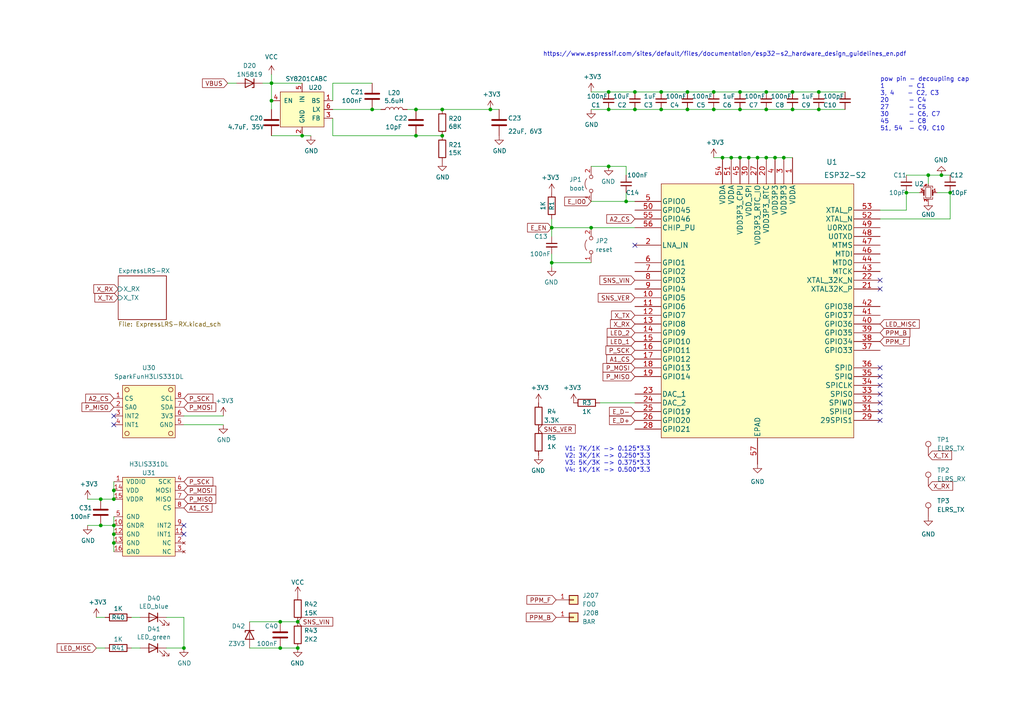
<source format=kicad_sch>
(kicad_sch (version 20211123) (generator eeschema)
  (paper "A4")
  (title_block (title "spin-tgd-control") (date "2022-05-12") (rev "V2.0.0") (company "Team Alfredo"))
  (junction (at 120.65 31.75))
  (junction (at 191.77 31.75))
  (junction (at 229.87 26.67))
  (junction (at 78.74 29.21))
  (junction (at 237.49 26.67))
  (junction (at 33.02 142.24))
  (junction (at 207.01 31.75))
  (junction (at 53.34 187.96))
  (junction (at 160.02 76.2))
  (junction (at 219.71 45.72))
  (junction (at 207.01 26.67))
  (junction (at 227.33 45.72))
  (junction (at 214.63 45.72))
  (junction (at 176.53 48.26))
  (junction (at 191.77 26.67))
  (junction (at 128.27 39.37))
  (junction (at 33.02 154.94))
  (junction (at 229.87 31.75))
  (junction (at 184.15 26.67))
  (junction (at 222.25 26.67))
  (junction (at 199.39 26.67))
  (junction (at 86.36 187.96))
  (junction (at -52.07 82.55))
  (junction (at 81.28 180.34))
  (junction (at 160.02 66.04))
  (junction (at 217.17 45.72))
  (junction (at 176.53 31.75))
  (junction (at 81.28 187.96))
  (junction (at 222.25 45.72))
  (junction (at 212.09 45.72))
  (junction (at -30.48 64.77))
  (junction (at 120.65 39.37))
  (junction (at 29.21 152.4))
  (junction (at 224.79 45.72))
  (junction (at 74.93 227.33))
  (junction (at 74.93 242.57))
  (junction (at 262.89 55.88))
  (junction (at 78.74 24.13))
  (junction (at 29.21 144.78))
  (junction (at 176.53 26.67))
  (junction (at 86.36 234.95))
  (junction (at 128.27 31.75))
  (junction (at 273.05 50.8))
  (junction (at 97.79 227.33))
  (junction (at 237.49 31.75))
  (junction (at 214.63 31.75))
  (junction (at 181.61 58.42))
  (junction (at 152.4 240.03))
  (junction (at 33.02 144.78))
  (junction (at 171.45 66.04))
  (junction (at 86.36 242.57))
  (junction (at 275.59 55.88))
  (junction (at 33.02 157.48))
  (junction (at 33.02 152.4))
  (junction (at 209.55 45.72))
  (junction (at 214.63 26.67))
  (junction (at 184.15 31.75))
  (junction (at 269.24 50.8))
  (junction (at 107.95 31.75))
  (junction (at 142.24 31.75))
  (junction (at 199.39 31.75))
  (junction (at 86.36 180.34))
  (junction (at 222.25 31.75))
  (junction (at -52.07 85.09))
  (junction (at 87.63 39.37))
  (no_connect (at -52.07 118.11))
  (no_connect (at -52.07 115.57))
  (no_connect (at -52.07 95.25))
  (no_connect (at -52.07 92.71))
  (no_connect (at -74.93 133.35))
  (no_connect (at 53.34 154.94))
  (no_connect (at -52.07 125.73))
  (no_connect (at -52.07 110.49))
  (no_connect (at -52.07 100.33))
  (no_connect (at -52.07 102.87))
  (no_connect (at 53.34 152.4))
  (no_connect (at 184.15 71.12))
  (no_connect (at 255.27 81.28))
  (no_connect (at 255.27 83.82))
  (no_connect (at -52.07 123.19))
  (no_connect (at 33.02 123.19))
  (no_connect (at 33.02 120.65))
  (no_connect (at 255.27 114.3))
  (no_connect (at 255.27 111.76))
  (no_connect (at 255.27 116.84))
  (no_connect (at 255.27 119.38))
  (no_connect (at 255.27 121.92))
  (no_connect (at 255.27 106.68))
  (no_connect (at 255.27 109.22))
  (no_connect (at -52.07 107.95))
  (wire (pts (xy 48.26 179.07) (xy 53.34 179.07)))
  (wire (pts (xy 97.79 227.33) (xy 100.33 227.33)))
  (wire (pts (xy 78.74 21.59) (xy 78.74 24.13)))
  (wire (pts (xy 160.02 76.2) (xy 160.02 73.66)))
  (wire (pts (xy 74.93 236.22) (xy 74.93 242.57)))
  (wire (pts (xy 128.27 31.75) (xy 142.24 31.75)))
  (wire (pts (xy 128.27 39.37) (xy 120.65 39.37)))
  (wire (pts (xy 222.25 45.72) (xy 224.79 45.72)))
  (wire (pts (xy 78.74 24.13) (xy 87.63 24.13)))
  (wire (pts (xy 199.39 26.67) (xy 207.01 26.67)))
  (wire (pts (xy 107.95 31.75) (xy 110.49 31.75)))
  (wire (pts (xy 275.59 63.5) (xy 255.27 63.5)))
  (wire (pts (xy 87.63 234.95) (xy 86.36 234.95)))
  (wire (pts (xy 269.24 53.34) (xy 269.24 50.8)))
  (wire (pts (xy 152.4 240.03) (xy 154.94 240.03)))
  (wire (pts (xy 68.58 24.13) (xy 66.04 24.13)))
  (wire (pts (xy -52.07 82.55) (xy -35.56 82.55)))
  (wire (pts (xy 275.59 55.88) (xy 271.78 55.88)))
  (wire (pts (xy 222.25 31.75) (xy 229.87 31.75)))
  (wire (pts (xy 176.53 31.75) (xy 184.15 31.75)))
  (wire (pts (xy -25.4 72.39) (xy -25.4 74.93)))
  (wire (pts (xy 160.02 77.47) (xy 160.02 76.2)))
  (wire (pts (xy -30.48 64.77) (xy -25.4 64.77)))
  (wire (pts (xy 96.52 39.37) (xy 96.52 34.29)))
  (wire (pts (xy 275.59 50.8) (xy 273.05 50.8)))
  (wire (pts (xy 214.63 45.72) (xy 217.17 45.72)))
  (wire (pts (xy 160.02 66.04) (xy 171.45 66.04)))
  (wire (pts (xy 212.09 45.72) (xy 214.63 45.72)))
  (wire (pts (xy 33.02 154.94) (xy 33.02 157.48)))
  (wire (pts (xy 30.48 179.07) (xy 27.94 179.07)))
  (wire (pts (xy 74.93 233.68) (xy 74.93 227.33)))
  (wire (pts (xy 95.25 234.95) (xy 97.79 234.95)))
  (wire (pts (xy 53.34 123.19) (xy 64.77 123.19)))
  (wire (pts (xy -35.56 64.77) (xy -30.48 64.77)))
  (wire (pts (xy 152.4 245.11) (xy 152.4 240.03)))
  (wire (pts (xy 152.4 232.41) (xy 152.4 220.98)))
  (wire (pts (xy 207.01 31.75) (xy 214.63 31.75)))
  (wire (pts (xy 33.02 142.24) (xy 33.02 139.7)))
  (wire (pts (xy 227.33 45.72) (xy 229.87 45.72)))
  (wire (pts (xy 184.15 26.67) (xy 191.77 26.67)))
  (wire (pts (xy 154.94 234.95) (xy 152.4 234.95)))
  (wire (pts (xy 207.01 45.72) (xy 209.55 45.72)))
  (wire (pts (xy 25.4 144.78) (xy 29.21 144.78)))
  (wire (pts (xy 33.02 144.78) (xy 33.02 142.24)))
  (wire (pts (xy 97.79 227.33) (xy 90.17 227.33)))
  (wire (pts (xy 171.45 76.2) (xy 160.02 76.2)))
  (wire (pts (xy 262.89 55.88) (xy 262.89 60.96)))
  (wire (pts (xy 273.05 50.8) (xy 269.24 50.8)))
  (wire (pts (xy 78.74 31.75) (xy 78.74 29.21)))
  (wire (pts (xy 29.21 144.78) (xy 33.02 144.78)))
  (wire (pts (xy 81.28 187.96) (xy 86.36 187.96)))
  (wire (pts (xy 76.2 24.13) (xy 78.74 24.13)))
  (wire (pts (xy -52.07 72.39) (xy -35.56 72.39)))
  (wire (pts (xy 219.71 45.72) (xy 222.25 45.72)))
  (wire (pts (xy 171.45 48.26) (xy 176.53 48.26)))
  (wire (pts (xy 81.28 180.34) (xy 86.36 180.34)))
  (wire (pts (xy 214.63 26.67) (xy 222.25 26.67)))
  (wire (pts (xy 72.39 187.96) (xy 81.28 187.96)))
  (wire (pts (xy 53.34 179.07) (xy 53.34 187.96)))
  (wire (pts (xy 217.17 45.72) (xy 219.71 45.72)))
  (wire (pts (xy 138.43 237.49) (xy 154.94 237.49)))
  (wire (pts (xy 199.39 31.75) (xy 207.01 31.75)))
  (wire (pts (xy 33.02 157.48) (xy 33.02 160.02)))
  (wire (pts (xy 96.52 31.75) (xy 107.95 31.75)))
  (wire (pts (xy 176.53 48.26) (xy 181.61 48.26)))
  (wire (pts (xy 160.02 63.5) (xy 160.02 66.04)))
  (wire (pts (xy 191.77 31.75) (xy 199.39 31.75)))
  (wire (pts (xy 171.45 26.67) (xy 176.53 26.67)))
  (wire (pts (xy -52.07 85.09) (xy -52.07 87.63)))
  (wire (pts (xy 262.89 60.96) (xy 255.27 60.96)))
  (wire (pts (xy 173.99 116.84) (xy 184.15 116.84)))
  (wire (pts (xy 181.61 55.88) (xy 181.61 58.42)))
  (wire (pts (xy 160.02 68.58) (xy 160.02 66.04)))
  (wire (pts (xy 78.74 29.21) (xy 78.74 24.13)))
  (wire (pts (xy 152.4 234.95) (xy 152.4 240.03)))
  (wire (pts (xy 48.26 187.96) (xy 53.34 187.96)))
  (wire (pts (xy 87.63 39.37) (xy 90.17 39.37)))
  (wire (pts (xy 266.7 55.88) (xy 262.89 55.88)))
  (wire (pts (xy 33.02 149.86) (xy 33.02 152.4)))
  (wire (pts (xy 229.87 31.75) (xy 237.49 31.75)))
  (wire (pts (xy 237.49 26.67) (xy 245.11 26.67)))
  (wire (pts (xy -52.07 80.01) (xy -52.07 82.55)))
  (wire (pts (xy -52.07 67.31) (xy -49.53 67.31)))
  (wire (pts (xy 72.39 180.34) (xy 81.28 180.34)))
  (wire (pts (xy 237.49 31.75) (xy 245.11 31.75)))
  (wire (pts (xy 181.61 48.26) (xy 181.61 50.8)))
  (wire (pts (xy 207.01 26.67) (xy 214.63 26.67)))
  (wire (pts (xy -52.07 74.93) (xy -25.4 74.93)))
  (wire (pts (xy 86.36 242.57) (xy 100.33 242.57)))
  (wire (pts (xy 118.11 31.75) (xy 120.65 31.75)))
  (wire (pts (xy 275.59 63.5) (xy 275.59 55.88)))
  (wire (pts (xy 74.93 227.33) (xy 80.01 227.33)))
  (wire (pts (xy 120.65 31.75) (xy 128.27 31.75)))
  (wire (pts (xy 86.36 234.95) (xy 85.09 234.95)))
  (wire (pts (xy 154.94 232.41) (xy 152.4 232.41)))
  (wire (pts (xy 171.45 66.04) (xy 184.15 66.04)))
  (wire (pts (xy 229.87 26.67) (xy 237.49 26.67)))
  (wire (pts (xy 40.64 179.07) (xy 38.1 179.07)))
  (wire (pts (xy 142.24 31.75) (xy 144.78 31.75)))
  (wire (pts (xy 191.77 26.67) (xy 199.39 26.67)))
  (wire (pts (xy 29.21 152.4) (xy 33.02 152.4)))
  (wire (pts (xy 181.61 58.42) (xy 184.15 58.42)))
  (wire (pts (xy 152.4 220.98) (xy 138.43 220.98)))
  (wire (pts (xy -52.07 85.09) (xy -35.56 85.09)))
  (wire (pts (xy 74.93 242.57) (xy 86.36 242.57)))
  (wire (pts (xy 171.45 31.75) (xy 176.53 31.75)))
  (wire (pts (xy 176.53 26.67) (xy 184.15 26.67)))
  (wire (pts (xy 33.02 152.4) (xy 33.02 154.94)))
  (wire (pts (xy 25.4 152.4) (xy 29.21 152.4)))
  (wire (pts (xy 214.63 31.75) (xy 222.25 31.75)))
  (wire (pts (xy 78.74 39.37) (xy 87.63 39.37)))
  (wire (pts (xy 53.34 120.65) (xy 64.77 120.65)))
  (wire (pts (xy 96.52 29.21) (xy 96.52 24.13)))
  (wire (pts (xy 96.52 24.13) (xy 107.95 24.13)))
  (wire (pts (xy 209.55 45.72) (xy 212.09 45.72)))
  (wire (pts (xy 171.45 58.42) (xy 181.61 58.42)))
  (wire (pts (xy 224.79 45.72) (xy 227.33 45.72)))
  (wire (pts (xy 30.48 187.96) (xy 27.94 187.96)))
  (wire (pts (xy 269.24 50.8) (xy 262.89 50.8)))
  (wire (pts (xy 120.65 39.37) (xy 96.52 39.37)))
  (wire (pts (xy 184.15 31.75) (xy 191.77 31.75)))
  (wire (pts (xy 97.79 227.33) (xy 97.79 234.95)))
  (wire (pts (xy 222.25 26.67) (xy 229.87 26.67)))
  (wire (pts (xy 40.64 187.96) (xy 38.1 187.96)))
  (wire (pts (xy 195.58 229.87) (xy 185.42 229.87)))
  (text "V1: 7K/1K -> 0.125*3.3\nV2: 3K/1K -> 0.250*3.3\nV3: 5K/3K -> 0.375*3.3\nV4: 1K/1K -> 0.500*3.3" (at 163.83 137.16 0) (effects (font (size 1.27 1.27)) (justify left bottom)))
  (text "https://www.espressif.com/sites/default/files/documentation/esp32-s2_hardware_design_guidelines_en.pdf\n" (at 157.48 16.51 0) (effects (font (size 1.27 1.27)) (justify left bottom)))
  (text "TODO:\noption to provide 3.3v to leds?\nTVS Diodes\nhookup accel int pins\nadd SH pin for curr sns\n\nDone:\nSR/SZ -> 1mm JST SH\nWhat programming interface/connector?\nhow to do LEDs?\nsupport 6s (26V)\n\"stiff\" 1K pull resistors mando for RF resilance\nsmaller XOs\nreverse polarity protection?\nroute board\nSelect all JLC components\nOrder H3LIS accelerometers for global parts storage\nfix TCXO -> XO\nFIX 12KRES\nchange version resistors\nChange via size to avoid fee!\nbackup antenna\nimprove jumpers\nscrew holes\nESP8285 wifi antenna?\nuse differet SH sizes (or one big one?)\nprovide pin breakouts incase jst sh is bad\nFx Version resistors are not on adc pins (ADC is 13 bit)\ninclued backup pow/ppm pads to schematic\n" (at 300.99 107.95 0) (effects (font (size 2.54 2.54)) (justify left bottom)))
  (text "1-19 E - ESP32-S2\n20-29 3.3V regulator\n30-49 LEDs/sensing/Accelerometer\n50-59 USB\n60-89 X - ExpressLRS" (at 300.99 158.75 0) (effects (font (size 2.54 2.54)) (justify left bottom)))
  (text "pow pin - decoupling cap\n1       - C1\n3, 4    - C2, C3\n20      - C4\n27      - C5\n30      - C6, C7\n45      - C8\n51, 54  - C9, C10" (at 255.27 38.1 0) (effects (font (size 1.27 1.27)) (justify left bottom)))
  (global_label "X_RX" (shape input) (at 269.24 140.97 0) (property "Intersheet References" "${INTERSHEET_REFS}" (effects hide)))
  (global_label "PPM_B" (shape input) (at 161.29 179.07 180) (property "Intersheet References" "${INTERSHEET_REFS}" (effects hide)))
  (global_label "X_TX" (shape input) (at 184.15 91.44 180) (property "Intersheet References" "${INTERSHEET_REFS}" (effects hide)))
  (global_label "VBUS" (shape input) (at 66.04 24.13 180) (property "Intersheet References" "${INTERSHEET_REFS}" (effects hide)))
  (global_label "X_TX" (shape input) (at 269.24 132.08 0) (property "Intersheet References" "${INTERSHEET_REFS}" (effects hide)))
  (global_label "E_IO0" (shape input) (at 171.45 58.42 180) (property "Intersheet References" "${INTERSHEET_REFS}" (effects hide)))
  (global_label "A2_CS" (shape input) (at 184.15 63.5 180) (property "Intersheet References" "${INTERSHEET_REFS}" (effects hide)))
  (global_label "A1_CS" (shape input) (at 184.15 104.14 180) (property "Intersheet References" "${INTERSHEET_REFS}" (effects hide)))
  (global_label "PPM_B" (shape input) (at 185.42 224.79 0) (property "Intersheet References" "${INTERSHEET_REFS}" (effects hide)))
  (global_label "LED_MISC" (shape input) (at 255.27 93.98 0) (property "Intersheet References" "${INTERSHEET_REFS}" (effects hide)))
  (global_label "P_SCK" (shape input) (at 53.34 139.7 0) (property "Intersheet References" "${INTERSHEET_REFS}" (effects hide)))
  (global_label "P_MOSI" (shape input) (at 184.15 106.68 180) (property "Intersheet References" "${INTERSHEET_REFS}" (effects hide)))
  (global_label "LED_2" (shape input) (at 184.15 96.52 180) (property "Intersheet References" "${INTERSHEET_REFS}" (effects hide)))
  (global_label "PPM_B" (shape input) (at 255.27 96.52 0) (property "Intersheet References" "${INTERSHEET_REFS}" (effects hide)))
  (global_label "E_D-" (shape input) (at 184.15 119.38 180) (property "Intersheet References" "${INTERSHEET_REFS}" (effects hide)))
  (global_label "LED_MISC" (shape input) (at 27.94 187.96 180) (property "Intersheet References" "${INTERSHEET_REFS}" (effects hide)))
  (global_label "PPM_F" (shape input) (at 161.29 173.99 180) (property "Intersheet References" "${INTERSHEET_REFS}" (effects hide)))
  (global_label "LED_2" (shape input) (at 125.73 234.95 180) (property "Intersheet References" "${INTERSHEET_REFS}" (effects hide)))
  (global_label "P_SCK" (shape input) (at 53.34 115.57 0) (property "Intersheet References" "${INTERSHEET_REFS}" (effects hide)))
  (global_label "VBUS" (shape input) (at -49.53 67.31 0) (property "Intersheet References" "${INTERSHEET_REFS}" (effects hide)))
  (global_label "X_TX" (shape input) (at 34.29 86.36 180) (property "Intersheet References" "${INTERSHEET_REFS}" (effects hide)))
  (global_label "SNS_VIN" (shape input) (at 184.15 81.28 180) (property "Intersheet References" "${INTERSHEET_REFS}" (effects hide)))
  (global_label "P_MOSI" (shape input) (at 53.34 118.11 0) (property "Intersheet References" "${INTERSHEET_REFS}" (effects hide)))
  (global_label "E_D+" (shape input) (at -35.56 85.09 0) (property "Intersheet References" "${INTERSHEET_REFS}" (effects hide)))
  (global_label "A1_CS" (shape input) (at 53.34 147.32 0) (property "Intersheet References" "${INTERSHEET_REFS}" (effects hide)))
  (global_label "X_RX" (shape input) (at 34.29 83.82 180) (property "Intersheet References" "${INTERSHEET_REFS}" (effects hide)))
  (global_label "P_MISO" (shape input) (at 184.15 109.22 180) (property "Intersheet References" "${INTERSHEET_REFS}" (effects hide)))
  (global_label "LED_1" (shape input) (at 125.73 218.44 180) (property "Intersheet References" "${INTERSHEET_REFS}" (effects hide)))
  (global_label "SNS_VER" (shape input) (at 156.21 124.46 0) (property "Intersheet References" "${INTERSHEET_REFS}" (effects hide)))
  (global_label "E_D+" (shape input) (at 184.15 121.92 180) (property "Intersheet References" "${INTERSHEET_REFS}" (effects hide)))
  (global_label "E_D-" (shape input) (at -35.56 82.55 0) (property "Intersheet References" "${INTERSHEET_REFS}" (effects hide)))
  (global_label "PPM_F" (shape input) (at 185.42 227.33 0) (property "Intersheet References" "${INTERSHEET_REFS}" (effects hide)))
  (global_label "P_MOSI" (shape input) (at 53.34 142.24 0) (property "Intersheet References" "${INTERSHEET_REFS}" (effects hide)))
  (global_label "P_MISO" (shape input) (at 53.34 144.78 0) (property "Intersheet References" "${INTERSHEET_REFS}" (effects hide)))
  (global_label "P_MISO" (shape input) (at 33.02 118.11 180) (property "Intersheet References" "${INTERSHEET_REFS}" (effects hide)))
  (global_label "E_EN" (shape input) (at 160.02 66.04 180) (property "Intersheet References" "${INTERSHEET_REFS}" (effects hide)))
  (global_label "SNS_VER" (shape input) (at 184.15 86.36 180) (property "Intersheet References" "${INTERSHEET_REFS}" (effects hide)))
  (global_label "PPM_F" (shape input) (at 255.27 99.06 0) (property "Intersheet References" "${INTERSHEET_REFS}" (effects hide)))
  (global_label "X_RX" (shape input) (at 184.15 93.98 180) (property "Intersheet References" "${INTERSHEET_REFS}" (effects hide)))
  (global_label "P_SCK" (shape input) (at 184.15 101.6 180) (property "Intersheet References" "${INTERSHEET_REFS}" (effects hide)))
  (global_label "A2_CS" (shape input) (at 33.02 115.57 180) (property "Intersheet References" "${INTERSHEET_REFS}" (effects hide)))
  (global_label "SNS_VIN" (shape input) (at 86.36 180.34 0) (property "Intersheet References" "${INTERSHEET_REFS}" (effects hide)))
  (global_label "LED_1" (shape input) (at 184.15 99.06 180) (property "Intersheet References" "${INTERSHEET_REFS}" (effects hide)))
  (symbol (lib_id "power:+3V3") (at 64.77 120.65 0) (unit 1)
    (property "Reference" "#PWR0106" (effects hide))
    (property "Value" "+3V3" (at 65.151 116.2558 0))
  )
  (symbol (lib_id "power:GND") (at 64.77 123.19 0) (unit 1)
    (property "Reference" "#PWR0107" (effects hide))
    (property "Value" "GND" (at 64.897 127.5842 0))
  )
  (symbol (lib_id "TGD:SY8253ADC") (at 87.63 31.75 0) (unit 1)
    (property "Reference" "U20" (at 91.44 25.4 0))
    (property "Value" "SY8201CABC" (at 88.9 22.86 0))
    (property "Footprint" "Package_TO_SOT_SMD:TSOT-23-6" (effects hide))
    (property "Datasheet" "https://lcsc.com/product-detail/DC-DC-Converters_Silergy-Corp-Silergy-Corp-SY8201CABC_C2763455.html" (effects hide))
    (property "LCSC" "C2763455" (effects hide))
  )
  (symbol (lib_id "Device:C") (at 78.74 35.56 0) (mirror y) (unit 1)
    (property "Reference" "C20" (at 72.39 34.29 0) (effects (justify right)))
    (property "Value" "4.7uF, 35V" (at 66.04 36.83 0) (effects (justify right)))
    (property "Footprint" "Capacitor_SMD:C_0603_1608Metric" (effects hide))
    (property "Datasheet" "https://lcsc.com/product-detail/Multilayer-Ceramic-Capacitors-MLCC---SMD-SMT_Murata-Electronics-Murata-Electronics-GRM188R6YA475KE15D_C162274.html" (effects hide))
    (property "LCSC" "C162274" (effects hide))
  )
  (symbol (lib_id "power:GND") (at 90.17 39.37 0) (unit 1)
    (property "Reference" "#PWR0108" (effects hide))
    (property "Value" "GND" (at 90.297 43.7642 0))
  )
  (symbol (lib_id "Device:L") (at 114.3 31.75 90) (unit 1)
    (property "Reference" "L20" (at 114.3 26.924 90))
    (property "Value" "5.6uH" (at 114.3 29.2354 90))
    (property "Footprint" "AlfredoFootprints:LVF252A12" (effects hide))
    (property "Datasheet" "https://lcsc.com/product-detail/Power-Inductors_Chilisin-Elec-Chilisin-Elec-LVF252A12-5R6M-N_C280501.html" (effects hide))
    (property "LCSC" "C280501" (effects hide))
  )
  (symbol (lib_id "Device:C") (at 107.95 27.94 0) (mirror y) (unit 1)
    (property "Reference" "C21" (at 101.6 26.67 0) (effects (justify right)))
    (property "Value" "100nF" (at 99.06 29.21 0) (effects (justify right)))
    (property "Footprint" "Capacitor_SMD:C_0402_1005Metric" (effects hide))
    (property "Datasheet" "https://lcsc.com/product-detail/Multilayer-Ceramic-Capacitors-MLCC---SMD-SMT_Samsung-Electro-Mechanics-Samsung-Electro-Mechanics-CL05B104KB54PNC_C307331.html" (effects hide))
    (property "LCSC" "C307331" (effects hide))
  )
  (symbol (lib_id "Device:C") (at 120.65 35.56 0) (mirror y) (unit 1)
    (property "Reference" "C22" (at 114.3 34.29 0) (effects (justify right)))
    (property "Value" "10pF" (at 111.76 36.83 0) (effects (justify right)))
    (property "Footprint" "Capacitor_SMD:C_0402_1005Metric" (effects hide))
    (property "Datasheet" "https://lcsc.com/product-detail/Multilayer-Ceramic-Capacitors-MLCC---SMD-SMT_Samsung-Electro-Mechanics-Samsung-Electro-Mechanics-CL05C100JB5NNNC_C32949.html" (effects hide))
    (property "LCSC" "C32949" (effects hide))
  )
  (symbol (lib_id "Device:R") (at 128.27 35.56 0) (unit 1)
    (property "Reference" "R20" (at 130.048 34.3916 0) (effects (justify left)))
    (property "Value" "68K" (at 130.048 36.703 0) (effects (justify left)))
    (property "Footprint" "Resistor_SMD:R_0402_1005Metric" (effects hide))
    (property "Datasheet" "https://lcsc.com/product-detail/Chip-Resistor---Surface-Mount_UNI-ROYALUniroyal-Elec-UNI-ROYALUniroyal-Elec-0402WGF6802TCE_C36871.html" (effects hide))
    (property "LCSC" "C36871" (effects hide))
  )
  (symbol (lib_id "power:GND") (at 128.27 46.99 0) (unit 1)
    (property "Reference" "#PWR0109" (effects hide))
    (property "Value" "GND" (at 128.397 51.3842 0))
  )
  (symbol (lib_id "Device:C") (at 144.78 35.56 0) (mirror y) (unit 1)
    (property "Reference" "C23" (at 147.32 34.29 0) (effects (justify right)))
    (property "Value" "22uF, 6V3" (at 147.32 38.1 0) (effects (justify right)))
    (property "Footprint" "Capacitor_SMD:C_0402_1005Metric" (effects hide))
    (property "Datasheet" "https://lcsc.com/product-detail/Multilayer-Ceramic-Capacitors-MLCC---SMD-SMT_Kyocera-AVX-Kyocera-AVX-CM05X5R226M06AH080_C919306.html" (effects hide))
    (property "LCSC" "C919306" (effects hide))
  )
  (symbol (lib_id "power:GND") (at 144.78 39.37 0) (unit 1)
    (property "Reference" "#PWR0110" (effects hide))
    (property "Value" "GND" (at 144.907 43.7642 0))
  )
  (symbol (lib_id "power:+3V3") (at 142.24 31.75 0) (unit 1)
    (property "Reference" "#PWR0111" (effects hide))
    (property "Value" "+3V3" (at 142.621 27.3558 0))
  )
  (symbol (lib_id "TGD:H3LIS331DL") (at 43.18 149.86 0) (unit 1)
    (property "Reference" "U31" (at 43.18 137.16 0))
    (property "Value" "H3LIS331DL" (at 43.18 134.62 0))
    (property "Footprint" "AlfredoFootprints:TGD-TFLGA-16_3x3mm" (effects hide))
  )
  (symbol (lib_id "Device:C") (at 29.21 148.59 0) (mirror y) (unit 1)
    (property "Reference" "C31" (at 22.86 147.32 0) (effects (justify right)))
    (property "Value" "100nF" (at 20.32 149.86 0) (effects (justify right)))
    (property "Footprint" "Capacitor_SMD:C_0402_1005Metric" (effects hide))
    (property "Datasheet" "https://lcsc.com/product-detail/Multilayer-Ceramic-Capacitors-MLCC---SMD-SMT_Samsung-Electro-Mechanics-Samsung-Electro-Mechanics-CL05B104KB54PNC_C307331.html" (effects hide))
    (property "LCSC" "C307331" (effects hide))
  )
  (symbol (lib_id "power:GND") (at 152.4 245.11 0) (unit 1)
    (property "Reference" "#PWR0105" (effects hide))
    (property "Value" "GND" (at 152.527 249.5042 0))
  )
  (symbol (lib_id "Connector:TestPoint") (at 269.24 132.08 0) (unit 1)
    (property "Reference" "TP1" (at 271.78 127.5079 0) (effects (justify left)))
    (property "Value" "ELRS_TX" (at 271.78 130.0479 0) (effects (justify left)))
    (property "Footprint" "AlfredoFootprints:PogoPad1" (effects hide))
  )
  (symbol (lib_id "Device:R") (at -25.4 68.58 0) (unit 1)
    (property "Reference" "R57" (at -21.59 67.31 0))
    (property "Value" "5.1K" (at -21.59 69.85 0))
    (property "Footprint" "Resistor_SMD:R_0402_1005Metric" (effects hide))
    (property "Datasheet" "https://lcsc.com/product-detail/Chip-Resistor---Surface-Mount_UNI-ROYALUniroyal-Elec-UNI-ROYALUniroyal-Elec-0402WGF5101TCE_C25905.html" (effects hide))
    (property "LCSC" "C25905" (effects hide))
  )
  (symbol (lib_id "power:GND") (at 195.58 229.87 0) (mirror y) (unit 1)
    (property "Reference" "#PWR0150" (effects hide))
    (property "Value" "GND" (at 195.453 234.2642 0))
  )
  (symbol (lib_id "power:GND") (at 171.45 31.75 0) (unit 1)
    (property "Reference" "#PWR0144" (effects hide))
    (property "Value" "GND" (at 171.577 36.1442 0))
  )
  (symbol (lib_id "Device:R") (at 160.02 59.69 180) (unit 1)
    (property "Reference" "R1" (at 160.02 59.69 90))
    (property "Value" "1K" (at 157.48 59.69 90))
    (property "Footprint" "Resistor_SMD:R_0402_1005Metric" (effects hide))
    (property "Datasheet" "https://lcsc.com/product-detail/Chip-Resistor---Surface-Mount_UNI-ROYALUniroyal-Elec-UNI-ROYALUniroyal-Elec-0402WGF1001TCE_C11702.html" (effects hide))
    (property "LCSC" "C11702" (effects hide))
  )
  (symbol (lib_id "Device:C_Small") (at 160.02 71.12 0) (unit 1)
    (property "Reference" "C13" (at 154.94 68.58 0) (effects (justify left)))
    (property "Value" "100nF" (at 153.67 73.66 0) (effects (justify left)))
    (property "Footprint" "Capacitor_SMD:C_0402_1005Metric" (effects hide))
    (property "Datasheet" "https://lcsc.com/product-detail/Multilayer-Ceramic-Capacitors-MLCC---SMD-SMT_Samsung-Electro-Mechanics-Samsung-Electro-Mechanics-CL05B104KB54PNC_C307331.html" (effects hide))
    (property "LCSC" "C307331" (effects hide))
  )
  (symbol (lib_id "Connector:TestPoint") (at 269.24 140.97 0) (unit 1)
    (property "Reference" "TP2" (at 271.78 136.3979 0) (effects (justify left)))
    (property "Value" "ELRS_RX" (at 271.78 138.9379 0) (effects (justify left)))
    (property "Footprint" "AlfredoFootprints:PogoPad1" (effects hide))
  )
  (symbol (lib_id "Transistor_FET:AO3401A") (at 85.09 229.87 90) (unit 1)
    (property "Reference" "Q20" (at 85.09 221.1832 90))
    (property "Value" "AO3401A" (at 85.09 223.4946 90))
    (property "Footprint" "Package_TO_SOT_SMD:SOT-23" (effects hide))
    (property "Datasheet" "https://lcsc.com/product-detail/MOSFET_Alpha-Omega-Semicon-AO3401A_C15127.html" (effects hide))
    (property "LCSC" "C15127" (effects hide))
  )
  (symbol (lib_id "Connector_Generic:Conn_01x02") (at 69.85 236.22 180) (unit 1)
    (property "Reference" "J202" (at 64.77 233.68 0))
    (property "Value" "SH_POW" (at 64.77 236.22 0))
    (property "Footprint" "Connector_JST:JST_SH_SM02B-SRSS-TB_1x02-1MP_P1.00mm_Horizontal" (effects hide))
    (property "Datasheet" "https://www.lcsc.com/product-detail/Wire-To-Board-Wire-To-Wire-Connector_JST-Sales-America-SM02B-SRSS-TB-LF-SN_C160402.html" (effects hide))
    (property "LCSC" "C160402" (effects hide))
  )
  (symbol (lib_id "Device:C_Small") (at 229.87 29.21 0) (mirror x) (unit 1)
    (property "Reference" "C8" (at 224.79 30.48 0) (effects (justify left)))
    (property "Value" "100nF" (at 223.52 27.94 0) (effects (justify left)))
    (property "Footprint" "Capacitor_SMD:C_0402_1005Metric" (effects hide))
    (property "Datasheet" "https://lcsc.com/product-detail/Multilayer-Ceramic-Capacitors-MLCC---SMD-SMT_Samsung-Electro-Mechanics-Samsung-Electro-Mechanics-CL05B104KB54PNC_C307331.html" (effects hide))
    (property "LCSC" "C307331" (effects hide))
  )
  (symbol (lib_id "Device:C_Small") (at 184.15 29.21 0) (mirror x) (unit 1)
    (property "Reference" "C2" (at 179.07 30.48 0) (effects (justify left)))
    (property "Value" "10uF" (at 177.8 27.94 0) (effects (justify left)))
    (property "Footprint" "Capacitor_SMD:C_0402_1005Metric" (effects hide))
    (property "Datasheet" "https://lcsc.com/product-detail/Multilayer-Ceramic-Capacitors-MLCC---SMD-SMT_Samsung-Electro-Mechanics-Samsung-Electro-Mechanics-CL05A106MQ5NUNC_C15525.html" (effects hide))
    (property "LCSC" "C15525" (effects hide))
  )
  (symbol (lib_id "Device:C_Small") (at 245.11 29.21 0) (mirror x) (unit 1)
    (property "Reference" "C10" (at 238.76 30.48 0) (effects (justify left)))
    (property "Value" "100pF" (at 238.76 27.94 0) (effects (justify left)))
    (property "Footprint" "Capacitor_SMD:C_0402_1005Metric" (effects hide))
    (property "Datasheet" "https://lcsc.com/product-detail/Multilayer-Ceramic-Capacitors-MLCC---SMD-SMT_FH-Guangdong-Fenghua-Advanced-Tech-FH-Guangdong-Fenghua-Advanced-Tech-0402CG101J500NT_C1546.html" (effects hide))
    (property "LCSC" "C1546" (effects hide))
  )
  (symbol (lib_id "Jumper:Jumper_2_Open") (at 171.45 71.12 90) (unit 1)
    (property "Reference" "JP2" (at 172.72 69.8499 90) (effects (justify right)))
    (property "Value" "reset" (at 172.72 72.3899 90) (effects (justify right)))
    (property "Footprint" "AlfredoFootprints:TGD_SolderJumper" (effects hide))
  )
  (symbol (lib_id "power:GND") (at 219.71 134.62 0) (unit 1)
    (property "Reference" "#PWR0103" (effects hide))
    (property "Value" "GND" (at 219.71 139.7 0))
  )
  (symbol (lib_id "power:+3V3") (at 160.02 55.88 0) (mirror y) (unit 1)
    (property "Reference" "#PWR0159" (effects hide))
    (property "Value" "+3V3" (at 159.639 51.4858 0))
  )
  (symbol (lib_id "power:VCC") (at 78.74 21.59 0) (unit 1)
    (property "Reference" "#PWR0104" (effects hide))
    (property "Value" "VCC" (at 78.74 16.51 0))
  )
  (symbol (lib_id "Device:C") (at 81.28 184.15 0) (unit 1)
    (property "Reference" "C40" (at 78.74 181.61 0))
    (property "Value" "100nF" (at 77.47 186.69 0))
    (property "Footprint" "Capacitor_SMD:C_0402_1005Metric" (effects hide))
    (property "Datasheet" "https://lcsc.com/product-detail/Multilayer-Ceramic-Capacitors-MLCC---SMD-SMT_Samsung-Electro-Mechanics-Samsung-Electro-Mechanics-CL05B104KB54PNC_C307331.html" (effects hide))
    (property "LCSC" "C307331" (effects hide))
  )
  (symbol (lib_id "power:GND") (at 176.53 48.26 0) (mirror y) (unit 1)
    (property "Reference" "#PWR0160" (effects hide))
    (property "Value" "GND" (at 176.403 52.6542 0))
  )
  (symbol (lib_id "Device:C_Small") (at 176.53 29.21 0) (mirror x) (unit 1)
    (property "Reference" "C1" (at 171.45 30.48 0) (effects (justify left)))
    (property "Value" "100nF" (at 170.18 27.94 0) (effects (justify left)))
    (property "Footprint" "Capacitor_SMD:C_0402_1005Metric" (effects hide))
    (property "Datasheet" "https://lcsc.com/product-detail/Multilayer-Ceramic-Capacitors-MLCC---SMD-SMT_Samsung-Electro-Mechanics-Samsung-Electro-Mechanics-CL05B104KB54PNC_C307331.html" (effects hide))
    (property "LCSC" "C307331" (effects hide))
  )
  (symbol (lib_id "power:GND") (at 86.36 187.96 0) (mirror y) (unit 1)
    (property "Reference" "#PWR0158" (effects hide))
    (property "Value" "GND" (at 86.233 192.3542 0))
  )
  (symbol (lib_id "Device:D_Zener") (at 72.39 184.15 90) (mirror x) (unit 1)
    (property "Reference" "D42" (at 71.12 181.61 90) (effects (justify left)))
    (property "Value" "Z3V3" (at 71.12 186.69 90) (effects (justify left)))
    (property "Footprint" "Diode_SMD:D_SOD-323_HandSoldering" (effects hide))
    (property "Datasheet" "https://lcsc.com/product-detail/Zener-Diodes_onsemi-onsemi-MM3Z3V3T1G_C75073.html" (effects hide))
    (property "LCSC" "C75073" (effects hide))
  )
  (symbol (lib_id "Device:C_Small") (at 214.63 29.21 0) (mirror x) (unit 1)
    (property "Reference" "C6" (at 209.55 30.48 0) (effects (justify left)))
    (property "Value" "1uF" (at 209.55 27.94 0) (effects (justify left)))
    (property "Footprint" "Capacitor_SMD:C_0402_1005Metric" (effects hide))
    (property "Datasheet" "https://lcsc.com/product-detail/Multilayer-Ceramic-Capacitors-MLCC---SMD-SMT_Samsung-Electro-Mechanics-Samsung-Electro-Mechanics-CL05A105KA5NQNC_C52923.html" (effects hide))
    (property "LCSC" "C52923" (effects hide))
  )
  (symbol (lib_id "power:GND") (at -67.31 133.35 0) (unit 1)
    (property "Reference" "#PWR0164" (effects hide))
    (property "Value" "GND" (at -67.183 137.7442 0))
  )
  (symbol (lib_id "power:+3V3") (at 166.37 116.84 0) (mirror y) (unit 1)
    (property "Reference" "#PWR0161" (effects hide))
    (property "Value" "+3V3" (at 165.989 112.4458 0))
  )
  (symbol (lib_id "Connector_Generic:Conn_01x01") (at 69.85 242.57 0) (mirror y) (unit 1)
    (property "Reference" "J206" (at 69.85 236.22 0))
    (property "Value" "GND" (at 69.85 238.76 0))
    (property "Footprint" "AlfredoFootprints:TGD-antenna-THT" (effects hide))
  )
  (symbol (lib_id "Device:R") (at 86.36 176.53 180) (unit 1)
    (property "Reference" "R42" (at 90.17 175.26 0))
    (property "Value" "15K" (at 90.17 177.8 0))
    (property "Footprint" "Resistor_SMD:R_0402_1005Metric" (effects hide))
    (property "Datasheet" "https://lcsc.com/product-detail/Chip-Resistor---Surface-Mount_UNI-ROYALUniroyal-Elec-UNI-ROYALUniroyal-Elec-0402WGF1502TCE_C25756.html" (effects hide))
    (property "LCSC" "C25756" (effects hide))
  )
  (symbol (lib_id "power:GND") (at 156.21 132.08 0) (mirror y) (unit 1)
    (property "Reference" "#PWR0117" (effects hide))
    (property "Value" "GND" (at 156.083 136.4742 0))
  )
  (symbol (lib_id "power:GND") (at 269.24 58.42 0) (mirror y) (unit 1)
    (property "Reference" "#PWR0140" (effects hide))
    (property "Value" "GND" (at 269.24 62.23 0))
  )
  (symbol (lib_id "Device:C_Small") (at 237.49 29.21 0) (mirror x) (unit 1)
    (property "Reference" "C9" (at 232.41 30.48 0) (effects (justify left)))
    (property "Value" "1uF" (at 232.41 27.94 0) (effects (justify left)))
    (property "Footprint" "Capacitor_SMD:C_0402_1005Metric" (effects hide))
    (property "Datasheet" "https://lcsc.com/product-detail/Multilayer-Ceramic-Capacitors-MLCC---SMD-SMT_Samsung-Electro-Mechanics-Samsung-Electro-Mechanics-CL05A105KA5NQNC_C52923.html" (effects hide))
    (property "LCSC" "C52923" (effects hide))
  )
  (symbol (lib_id "Device:R") (at 156.21 128.27 180) (unit 1)
    (property "Reference" "R5" (at 160.02 127 0))
    (property "Value" "1K" (at 160.02 129.54 0))
    (property "Footprint" "Resistor_SMD:R_0402_1005Metric" (effects hide))
    (property "Datasheet" "https://lcsc.com/product-detail/Chip-Resistor---Surface-Mount_UNI-ROYALUniroyal-Elec-UNI-ROYALUniroyal-Elec-0402WGF1001TCE_C11702.html" (effects hide))
    (property "LCSC" "C11702" (effects hide))
  )
  (symbol (lib_id "power:GND") (at 269.24 149.86 0) (unit 1)
    (property "Reference" "#PWR0142" (effects hide))
    (property "Value" "GND" (at 269.24 154.94 0))
  )
  (symbol (lib_id "power:GND") (at 160.02 77.47 0) (mirror y) (unit 1)
    (property "Reference" "#PWR0162" (effects hide))
    (property "Value" "GND" (at 159.893 81.8642 0))
  )
  (symbol (lib_id "Connector_Generic:Conn_01x01") (at 69.85 227.33 0) (mirror y) (unit 1)
    (property "Reference" "J205" (at 69.85 220.98 0))
    (property "Value" "VIN" (at 69.85 223.52 0))
    (property "Footprint" "AlfredoFootprints:TGD-antenna-THT" (effects hide))
  )
  (symbol (lib_id "power:+3V3") (at 27.94 179.07 0) (unit 1)
    (property "Reference" "#PWR0154" (effects hide))
    (property "Value" "+3V3" (at 28.321 174.6758 0))
  )
  (symbol (lib_id "Device:LED") (at 44.45 179.07 0) (mirror y) (unit 1)
    (property "Reference" "D40" (at 44.6278 173.5582 0))
    (property "Value" "LED_blue" (at 44.6278 175.8696 0))
    (property "Footprint" "LED_SMD:LED_0603_1608Metric" (effects hide))
    (property "Datasheet" "https://lcsc.com/product-detail/Light-Emitting-Diodes-LED_Everlight-Elec-Everlight-Elec-19-217-BHC-ZL1M2RY-3T_C72041.html" (effects hide))
    (property "LCSC" "C72041" (effects hide))
  )
  (symbol (lib_id "power:+3V3") (at 25.4 144.78 0) (unit 1)
    (property "Reference" "#PWR0146" (effects hide))
    (property "Value" "+3V3" (at 25.781 140.3858 0))
  )
  (symbol (lib_id "Device:C_Small") (at 207.01 29.21 0) (mirror x) (unit 1)
    (property "Reference" "C5" (at 201.93 30.48 0) (effects (justify left)))
    (property "Value" "100nF" (at 200.66 27.94 0) (effects (justify left)))
    (property "Footprint" "Capacitor_SMD:C_0402_1005Metric" (effects hide))
    (property "Datasheet" "https://lcsc.com/product-detail/Multilayer-Ceramic-Capacitors-MLCC---SMD-SMT_Samsung-Electro-Mechanics-Samsung-Electro-Mechanics-CL05B104KB54PNC_C307331.html" (effects hide))
    (property "LCSC" "C307331" (effects hide))
  )
  (symbol (lib_id "Connector:USB_C_Receptacle") (at -67.31 92.71 0) (unit 1)
    (property "Reference" "U52" (at -67.31 59.69 0))
    (property "Value" "USB_C_Receptacle" (at -67.31 62.23 0))
    (property "Footprint" "AlfredoFootprints:USB_TYPE-C-31-M-12" (effects hide))
    (property "Datasheet" "https://lcsc.com/product-detail/USB-Connectors_Korean-Hroparts-Elec-TYPE-C-31-M-12_C165948.html" (effects hide))
    (property "LCSC" "C165948" (effects hide))
  )
  (symbol (lib_id "power:GND") (at 53.34 187.96 0) (unit 1)
    (property "Reference" "#PWR0126" (effects hide))
    (property "Value" "GND" (at 53.467 192.3542 0))
  )
  (symbol (lib_id "power:GND") (at 273.05 50.8 180) (unit 1)
    (property "Reference" "#PWR0141" (effects hide))
    (property "Value" "GND" (at 272.923 46.4058 0))
  )
  (symbol (lib_id "Connector_Generic:Conn_01x01") (at 166.37 173.99 0) (unit 1)
    (property "Reference" "J207" (at 168.91 172.7199 0) (effects (justify left)))
    (property "Value" "FOO" (at 168.91 175.2599 0) (effects (justify left)))
    (property "Footprint" "AlfredoFootprints:TGD-antenna-THT" (effects hide))
  )
  (symbol (lib_id "Connector_Generic:Conn_01x03") (at 180.34 227.33 180) (unit 1)
    (property "Reference" "J203" (at 180.34 218.44 0))
    (property "Value" "SH_PPM" (at 180.34 220.98 0))
    (property "Footprint" "Connector_JST:JST_SH_SM03B-SRSS-TB_1x03-1MP_P1.00mm_Horizontal" (effects hide))
    (property "Datasheet" "https://www.lcsc.com/product-detail/Wire-To-Board-Wire-To-Wire-Connector_JST-Sales-America-SM03B-SRSS-TB-LF-SN_C160403.html" (effects hide))
    (property "LCSC" "C160403" (effects hide))
  )
  (symbol (lib_id "Diode:ZMMxx") (at 91.44 234.95 0) (mirror y) (unit 1)
    (property "Reference" "D21" (at 91.44 229.4382 0))
    (property "Value" "Z5V6" (at 91.44 231.7496 0))
    (property "Footprint" "Diode_SMD:D_SOD-323_HandSoldering" (effects hide))
    (property "Datasheet" "https://lcsc.com/product-detail/Zener-Diodes_Jiangsu-Changjing-Electronics-Technology-Co.%2C-Ltd.-Jiangsu-Changjing-Electronics-Technology-Co.%2C-Ltd.-BZT52C5V6S_C22612.html" (effects hide))
    (property "LCSC" "C22612" (effects hide))
  )
  (symbol (lib_id "Device:R") (at 34.29 179.07 90) (unit 1)
    (property "Reference" "R40" (at 34.29 179.07 90))
    (property "Value" "1K" (at 34.29 176.53 90))
    (property "Footprint" "Resistor_SMD:R_0402_1005Metric" (effects hide))
    (property "Datasheet" "https://lcsc.com/product-detail/Chip-Resistor---Surface-Mount_UNI-ROYALUniroyal-Elec-UNI-ROYALUniroyal-Elec-0402WGF1001TCE_C11702.html" (effects hide))
    (property "LCSC" "C11702" (effects hide))
  )
  (symbol (lib_id "power:GND") (at 25.4 152.4 0) (unit 1)
    (property "Reference" "#PWR0147" (effects hide))
    (property "Value" "GND" (at 25.527 156.7942 0))
  )
  (symbol (lib_id "Device:R") (at 128.27 43.18 0) (unit 1)
    (property "Reference" "R21" (at 130.048 42.0116 0) (effects (justify left)))
    (property "Value" "15K" (at 130.048 44.323 0) (effects (justify left)))
    (property "Footprint" "Resistor_SMD:R_0402_1005Metric" (effects hide))
    (property "Datasheet" "https://lcsc.com/product-detail/Chip-Resistor---Surface-Mount_UNI-ROYALUniroyal-Elec-UNI-ROYALUniroyal-Elec-0402WGF1502TCE_C25756.html" (effects hide))
    (property "LCSC" "C25756" (effects hide))
  )
  (symbol (lib_id "Device:R") (at 86.36 238.76 0) (unit 1)
    (property "Reference" "R22" (at 88.138 237.5916 0) (effects (justify left)))
    (property "Value" "10K" (at 88.138 239.903 0) (effects (justify left)))
    (property "Footprint" "Resistor_SMD:R_0402_1005Metric" (effects hide))
    (property "Datasheet" "https://lcsc.com/product-detail/Chip-Resistor---Surface-Mount_UNI-ROYALUniroyal-Elec-UNI-ROYALUniroyal-Elec-0402WGF1002TCE_C25744.html" (effects hide))
    (property "LCSC" "C25744" (effects hide))
  )
  (symbol (lib_id "power:GND") (at -30.48 64.77 0) (unit 1)
    (property "Reference" "#PWR0156" (effects hide))
    (property "Value" "GND" (at -30.353 69.1642 0))
  )
  (symbol (lib_id "Device:C_Small") (at 199.39 29.21 0) (mirror x) (unit 1)
    (property "Reference" "C4" (at 194.31 30.48 0) (effects (justify left)))
    (property "Value" "100nF" (at 193.04 27.94 0) (effects (justify left)))
    (property "Footprint" "Capacitor_SMD:C_0402_1005Metric" (effects hide))
    (property "Datasheet" "https://lcsc.com/product-detail/Multilayer-Ceramic-Capacitors-MLCC---SMD-SMT_Samsung-Electro-Mechanics-Samsung-Electro-Mechanics-CL05B104KB54PNC_C307331.html" (effects hide))
    (property "LCSC" "C307331" (effects hide))
  )
  (symbol (lib_id "Device:LED") (at 44.45 187.96 0) (mirror y) (unit 1)
    (property "Reference" "D41" (at 44.6278 182.4482 0))
    (property "Value" "LED_green" (at 44.6278 184.7596 0))
    (property "Footprint" "LED_SMD:LED_0603_1608Metric" (effects hide))
    (property "Datasheet" "https://lcsc.com/product-detail/Light-Emitting-Diodes-LED_Everlight-Elec-Everlight-Elec-19-217-GHC-YR1S2-3T_C72043.html" (effects hide))
    (property "LCSC" "C72043" (effects hide))
  )
  (symbol (lib_id "AlfredoSymbols:SparkFunH3LIS331DL") (at 43.18 119.38 0) (unit 1)
    (property "Reference" "U30" (at 43.18 106.68 0))
    (property "Value" "SparkFunH3LIS331DL" (at 43.18 109.22 0))
    (property "Footprint" "AlfredoFootprints:SparkFunH3LIS331DL" (effects hide))
    (property "Datasheet" "https://www.sparkfun.com/products/14480" (effects hide))
  )
  (symbol (lib_id "Connector_Generic:Conn_01x01") (at 166.37 179.07 0) (unit 1)
    (property "Reference" "J208" (at 168.91 177.7999 0) (effects (justify left)))
    (property "Value" "BAR" (at 168.91 180.3399 0) (effects (justify left)))
    (property "Footprint" "AlfredoFootprints:TGD-antenna-THT" (effects hide))
  )
  (symbol (lib_id "Device:C_Small") (at 262.89 53.34 0) (mirror x) (unit 1)
    (property "Reference" "C11" (at 259.08 50.8 0) (effects (justify left)))
    (property "Value" "10pF" (at 257.81 55.88 0) (effects (justify left)))
    (property "Footprint" "Capacitor_SMD:C_0402_1005Metric" (effects hide))
    (property "Datasheet" "https://lcsc.com/product-detail/Multilayer-Ceramic-Capacitors-MLCC---SMD-SMT_Samsung-Electro-Mechanics-Samsung-Electro-Mechanics-CL05C100JB5NNNC_C32949.html" (effects hide))
    (property "LCSC" "C32949" (effects hide))
  )
  (symbol (lib_id "power:GND") (at 100.33 242.57 0) (mirror y) (unit 1)
    (property "Reference" "#PWR0153" (effects hide))
    (property "Value" "GND" (at 100.203 246.9642 0))
  )
  (symbol (lib_id "Device:R") (at 156.21 120.65 180) (unit 1)
    (property "Reference" "R4" (at 160.02 119.38 0))
    (property "Value" "3.3K" (at 160.02 121.92 0))
    (property "Footprint" "Resistor_SMD:R_0402_1005Metric" (effects hide))
    (property "Datasheet" "https://lcsc.com/product-detail/Chip-Resistor---Surface-Mount_UNI-ROYALUniroyal-Elec-UNI-ROYALUniroyal-Elec-0402WGF3301TCE_C25890.html" (effects hide))
    (property "LCSC" "C25890" (effects hide))
  )
  (symbol (lib_id "power:+3V3") (at 207.01 45.72 0) (unit 1)
    (property "Reference" "#PWR0145" (effects hide))
    (property "Value" "+3V3" (at 207.391 41.3258 0))
  )
  (symbol (lib_id "Device:D_Zener") (at 72.39 24.13 180) (unit 1)
    (property "Reference" "D20" (at 72.39 19.05 0))
    (property "Value" "1N5819" (at 72.39 21.59 0))
    (property "Footprint" "Diode_SMD:D_SOD-323_HandSoldering" (effects hide))
    (property "Datasheet" "https://lcsc.com/product-detail/Schottky-Barrier-Diodes-SBD_Guangdong-Hottech-Guangdong-Hottech-1N5819WS_C191023.html" (effects hide))
    (property "LCSC" "C191023" (effects hide))
  )
  (symbol (lib_id "Device:C_Small") (at 222.25 29.21 0) (mirror x) (unit 1)
    (property "Reference" "C7" (at 217.17 30.48 0) (effects (justify left)))
    (property "Value" "100nF" (at 215.9 27.94 0) (effects (justify left)))
    (property "Footprint" "Capacitor_SMD:C_0402_1005Metric" (effects hide))
    (property "Datasheet" "https://lcsc.com/product-detail/Multilayer-Ceramic-Capacitors-MLCC---SMD-SMT_Samsung-Electro-Mechanics-Samsung-Electro-Mechanics-CL05B104KB54PNC_C307331.html" (effects hide))
    (property "LCSC" "C307331" (effects hide))
  )
  (symbol (lib_id "Device:C_Small") (at 181.61 53.34 180) (unit 1)
    (property "Reference" "C14" (at 185.42 55.88 0) (effects (justify left)))
    (property "Value" "100nF" (at 187.96 50.8 0) (effects (justify left)))
    (property "Footprint" "Capacitor_SMD:C_0402_1005Metric" (effects hide))
    (property "Datasheet" "https://lcsc.com/product-detail/Multilayer-Ceramic-Capacitors-MLCC---SMD-SMT_Samsung-Electro-Mechanics-Samsung-Electro-Mechanics-CL05B104KB54PNC_C307331.html" (effects hide))
    (property "LCSC" "C307331" (effects hide))
  )
  (symbol (lib_id "power:VCC") (at 86.36 172.72 0) (unit 1)
    (property "Reference" "#PWR0157" (effects hide))
    (property "Value" "VCC" (at 86.36 168.91 0))
  )
  (symbol (lib_id "Device:Crystal_GND24_Small") (at 269.24 55.88 0) (mirror y) (unit 1)
    (property "Reference" "U2" (at 267.97 53.34 0) (effects (justify left)))
    (property "Value" "Crystal_ESP32" (effects hide))
    (property "Footprint" "Crystal:Crystal_SMD_2016-4Pin_2.0x1.6mm" (effects hide))
    (property "Datasheet" "https://lcsc.com/product-detail/Crystals_TST-TST-TZ1269D_C501798.html" (effects hide))
    (property "LCSC" "C501798" (effects hide))
  )
  (symbol (lib_id "Connector_Generic:Conn_01x04") (at 160.02 237.49 0) (mirror x) (unit 1)
    (property "Reference" "J204" (at 160.02 226.06 0))
    (property "Value" "SH_LED" (at 160.02 228.6 0))
    (property "Footprint" "Connector_JST:JST_SH_SM04B-SRSS-TB_1x04-1MP_P1.00mm_Horizontal" (effects hide))
    (property "Datasheet" "https://lcsc.com/product-detail/Wire-To-Board---Wire-To-Wire-Connector_JST-Sales-America-JST-Sales-America-SM04B-SRSS-TBLFSN_C160404.html" (effects hide))
    (property "LCSC" "C160404" (effects hide))
  )
  (symbol (lib_id "Device:R") (at 86.36 184.15 180) (unit 1)
    (property "Reference" "R43" (at 90.17 182.88 0))
    (property "Value" "2K2" (at 90.17 185.42 0))
    (property "Footprint" "Resistor_SMD:R_0402_1005Metric" (effects hide))
    (property "Datasheet" "https://lcsc.com/product-detail/Chip-Resistor-Surface-Mount_UNI-ROYAL-Uniroyal-Elec-0402WGF2201TCE_C25879.html" (effects hide))
    (property "LCSC" "C25879" (effects hide))
  )
  (symbol (lib_id "power:+3V3") (at 171.45 26.67 0) (unit 1)
    (property "Reference" "#PWR0114" (effects hide))
    (property "Value" "+3V3" (at 171.831 22.2758 0))
  )
  (symbol (lib_id "Device:R") (at 170.18 116.84 270) (unit 1)
    (property "Reference" "R3" (at 170.18 116.84 90))
    (property "Value" "1K" (at 170.18 119.38 90))
    (property "Footprint" "Resistor_SMD:R_0402_1005Metric" (effects hide))
    (property "Datasheet" "https://lcsc.com/product-detail/Chip-Resistor---Surface-Mount_UNI-ROYALUniroyal-Elec-UNI-ROYALUniroyal-Elec-0402WGF1001TCE_C11702.html" (effects hide))
    (property "LCSC" "C11702" (effects hide))
  )
  (symbol (lib_id "Device:R") (at 34.29 187.96 90) (unit 1)
    (property "Reference" "R41" (at 34.29 187.96 90))
    (property "Value" "1K" (at 34.29 185.42 90))
    (property "Footprint" "Resistor_SMD:R_0402_1005Metric" (effects hide))
    (property "Datasheet" "https://lcsc.com/product-detail/Chip-Resistor---Surface-Mount_UNI-ROYALUniroyal-Elec-UNI-ROYALUniroyal-Elec-0402WGF1001TCE_C11702.html" (effects hide))
    (property "LCSC" "C11702" (effects hide))
  )
  (symbol (lib_id "power:+3V3") (at 156.21 116.84 0) (unit 1)
    (property "Reference" "#PWR0120" (effects hide))
    (property "Value" "+3V3" (at 156.591 112.4458 0))
  )
  (symbol (lib_id "Connector:TestPoint") (at 269.24 149.86 0) (unit 1)
    (property "Reference" "TP3" (at 271.78 145.2879 0) (effects (justify left)))
    (property "Value" "ELRS_TX" (at 271.78 147.8279 0) (effects (justify left)))
    (property "Footprint" "AlfredoFootprints:PogoPad1" (effects hide))
  )
  (symbol (lib_id "Jumper:Jumper_2_Open") (at 171.45 53.34 90) (unit 1)
    (property "Reference" "JP1" (at 165.1 52.07 90) (effects (justify right)))
    (property "Value" "boot" (at 165.1 54.61 90) (effects (justify right)))
    (property "Footprint" "AlfredoFootprints:TGD_SolderJumper" (effects hide))
  )
  (symbol (lib_id "Device:R") (at -35.56 68.58 0) (mirror y) (unit 1)
    (property "Reference" "R56" (at -39.37 67.31 0))
    (property "Value" "5.1K" (at -39.37 69.85 0))
    (property "Footprint" "Resistor_SMD:R_0402_1005Metric" (effects hide))
    (property "Datasheet" "https://lcsc.com/product-detail/Chip-Resistor---Surface-Mount_UNI-ROYALUniroyal-Elec-UNI-ROYALUniroyal-Elec-0402WGF5101TCE_C25905.html" (effects hide))
    (property "LCSC" "C25905" (effects hide))
  )
  (symbol (lib_id "Device:C_Small") (at 275.59 53.34 0) (mirror y) (unit 1)
    (property "Reference" "C12" (at 279.4 50.8 0) (effects (justify left)))
    (property "Value" "10pF" (at 280.67 55.88 0) (effects (justify left)))
    (property "Footprint" "Capacitor_SMD:C_0402_1005Metric" (effects hide))
    (property "Datasheet" "https://lcsc.com/product-detail/Multilayer-Ceramic-Capacitors-MLCC---SMD-SMT_Samsung-Electro-Mechanics-Samsung-Electro-Mechanics-CL05C100JB5NNNC_C32949.html" (effects hide))
    (property "LCSC" "C32949" (effects hide))
  )
  (symbol (lib_id "Device:C_Small") (at 191.77 29.21 0) (mirror x) (unit 1)
    (property "Reference" "C3" (at 186.69 30.48 0) (effects (justify left)))
    (property "Value" "1uF" (at 186.69 27.94 0) (effects (justify left)))
    (property "Footprint" "Capacitor_SMD:C_0402_1005Metric" (effects hide))
    (property "Datasheet" "https://lcsc.com/product-detail/Multilayer-Ceramic-Capacitors-MLCC---SMD-SMT_Samsung-Electro-Mechanics-Samsung-Electro-Mechanics-CL05A105KA5NQNC_C52923.html" (effects hide))
    (property "LCSC" "C52923" (effects hide))
  )
  (symbol (lib_id "AlfredoSymbols:ESP32-S2") (at 219.71 121.92 0) (unit 1)
    (property "Reference" "U1" (at 241.3 46.99 0) (effects (font (size 1.524 1.524))))
    (property "Value" "ESP32-S2" (at 245.11 50.8 0) (effects (font (size 1.524 1.524))))
    (property "Footprint" "AlfredoFootprints:ESP32-S2_QFN-56-1EP_7x7mm_P0.4mm" (effects hide))
    (property "Datasheet" "https://jlcpcb.com/partdetail/EspressifSystems-ESP32S2FH4/C2840995" (effects hide))
    (property "LCSC" "C2840995" (effects hide))
  )
  (symbol (lib_id "power:VCC") (at 100.33 227.33 0) (mirror y) (unit 1)
    (property "Reference" "#PWR0139" (effects hide))
    (property "Value" "VCC" (at 100.33 222.25 0))
  )
  (sheet (at 34.29 80.01) (size 13.97 12.7) (stroke (width 0.1524))
    (property "Sheet name" "ExpressLRS-RX" (at 34.29 79.2984 0) (effects (justify left bottom)))
    (property "Sheet file" "ExpressLRS-RX.kicad_sch" (at 34.29 93.2946 0) (effects (justify left top)))
    (pin "X_RX" input (at 34.29 83.82 180))
    (pin "X_TX" input (at 34.29 86.36 180))
  )
  (sheet (at 125.73 214.63) (size 12.7 10.16) (stroke (width 0.1524))
    (property "Sheet name" "LED1" (at 125.73 213.9184 0) (effects (justify left bottom)))
    (property "Sheet file" "LEDdriver.kicad_sch" (at 125.73 225.3746 0) (effects (justify left top)))
    (pin "LED_sig" input (at 125.73 218.44 180))
    (pin "LED_out" input (at 138.43 220.98 0))
  )
  (sheet (at 125.73 231.14) (size 12.7 10.16) (stroke (width 0.1524))
    (property "Sheet name" "LED2" (at 125.73 230.4284 0) (effects (justify left bottom)))
    (property "Sheet file" "LEDdriver.kicad_sch" (at 125.73 242.57 0) (effects (justify left top)))
    (pin "LED_sig" input (at 125.73 234.95 180))
    (pin "LED_out" input (at 138.43 237.49 0))
  )
)
</source>
